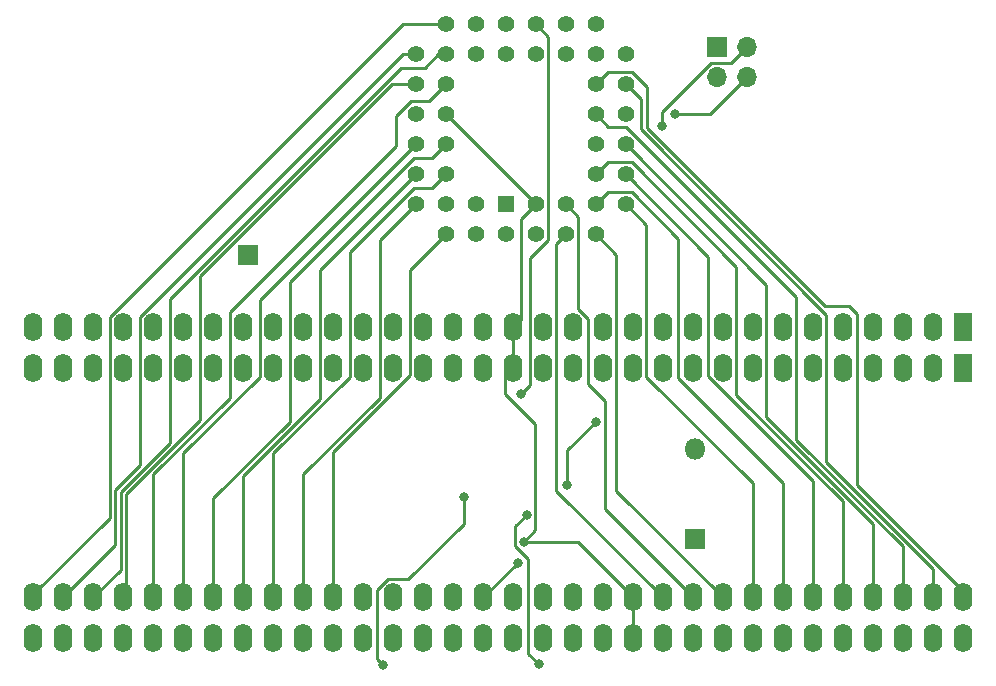
<source format=gbl>
G04 #@! TF.GenerationSoftware,KiCad,Pcbnew,6.0.4-6f826c9f35~116~ubuntu18.04.1*
G04 #@! TF.CreationDate,2022-06-01T20:55:35+10:00*
G04 #@! TF.ProjectId,256KROM,3235364b-524f-44d2-9e6b-696361645f70,rev?*
G04 #@! TF.SameCoordinates,Original*
G04 #@! TF.FileFunction,Copper,L2,Bot*
G04 #@! TF.FilePolarity,Positive*
%FSLAX46Y46*%
G04 Gerber Fmt 4.6, Leading zero omitted, Abs format (unit mm)*
G04 Created by KiCad (PCBNEW 6.0.4-6f826c9f35~116~ubuntu18.04.1) date 2022-06-01 20:55:35*
%MOMM*%
%LPD*%
G01*
G04 APERTURE LIST*
G04 #@! TA.AperFunction,ComponentPad*
%ADD10R,1.422400X1.422400*%
G04 #@! TD*
G04 #@! TA.AperFunction,ComponentPad*
%ADD11C,1.422400*%
G04 #@! TD*
G04 #@! TA.AperFunction,ComponentPad*
%ADD12R,1.600000X2.400000*%
G04 #@! TD*
G04 #@! TA.AperFunction,ComponentPad*
%ADD13O,1.600000X2.400000*%
G04 #@! TD*
G04 #@! TA.AperFunction,ComponentPad*
%ADD14R,1.700000X1.700000*%
G04 #@! TD*
G04 #@! TA.AperFunction,ComponentPad*
%ADD15O,1.700000X1.700000*%
G04 #@! TD*
G04 #@! TA.AperFunction,ComponentPad*
%ADD16R,1.800000X1.800000*%
G04 #@! TD*
G04 #@! TA.AperFunction,ComponentPad*
%ADD17O,1.800000X1.800000*%
G04 #@! TD*
G04 #@! TA.AperFunction,ViaPad*
%ADD18C,0.800000*%
G04 #@! TD*
G04 #@! TA.AperFunction,Conductor*
%ADD19C,0.250000*%
G04 #@! TD*
G04 APERTURE END LIST*
D10*
X111252000Y-108331000D03*
D11*
X113792000Y-110871000D03*
X113792000Y-108331000D03*
X116332000Y-110871000D03*
X116332000Y-108331000D03*
X118872000Y-110871000D03*
X121412000Y-108331000D03*
X118872000Y-108331000D03*
X121412000Y-105791000D03*
X118872000Y-105791000D03*
X121412000Y-103251000D03*
X118872000Y-103251000D03*
X121412000Y-100711000D03*
X118872000Y-100711000D03*
X121412000Y-98171000D03*
X118872000Y-98171000D03*
X121412000Y-95631000D03*
X118872000Y-93091000D03*
X118872000Y-95631000D03*
X116332000Y-93091000D03*
X116332000Y-95631000D03*
X113792000Y-93091000D03*
X113792000Y-95631000D03*
X111252000Y-93091000D03*
X111252000Y-95631000D03*
X108712000Y-93091000D03*
X108712000Y-95631000D03*
X106172000Y-93091000D03*
X103632000Y-95631000D03*
X106172000Y-95631000D03*
X103632000Y-98171000D03*
X106172000Y-98171000D03*
X103632000Y-100711000D03*
X106172000Y-100711000D03*
X103632000Y-103251000D03*
X106172000Y-103251000D03*
X103632000Y-105791000D03*
X106172000Y-105791000D03*
X103632000Y-108331000D03*
X106172000Y-110871000D03*
X106172000Y-108331000D03*
X108712000Y-110871000D03*
X108712000Y-108331000D03*
X111252000Y-110871000D03*
D12*
X149987000Y-122174000D03*
D13*
X147447000Y-122174000D03*
X144907000Y-122174000D03*
X142367000Y-122174000D03*
X139827000Y-122174000D03*
X137287000Y-122174000D03*
X134747000Y-122174000D03*
X132207000Y-122174000D03*
X129667000Y-122174000D03*
X127127000Y-122174000D03*
X124587000Y-122174000D03*
X122047000Y-122174000D03*
X119507000Y-122174000D03*
X116967000Y-122174000D03*
X114427000Y-122174000D03*
X111887000Y-122174000D03*
X109347000Y-122174000D03*
X106807000Y-122174000D03*
X104267000Y-122174000D03*
X101727000Y-122174000D03*
X99187000Y-122174000D03*
X96647000Y-122174000D03*
X94107000Y-122174000D03*
X91567000Y-122174000D03*
X89027000Y-122174000D03*
X86487000Y-122174000D03*
X83947000Y-122174000D03*
X81407000Y-122174000D03*
X78867000Y-122174000D03*
X76327000Y-122174000D03*
X73787000Y-122174000D03*
X71247000Y-122174000D03*
X71247000Y-145034000D03*
X73787000Y-145034000D03*
X76327000Y-145034000D03*
X78867000Y-145034000D03*
X81407000Y-145034000D03*
X83947000Y-145034000D03*
X86487000Y-145034000D03*
X89027000Y-145034000D03*
X91567000Y-145034000D03*
X94107000Y-145034000D03*
X96647000Y-145034000D03*
X99187000Y-145034000D03*
X101727000Y-145034000D03*
X104267000Y-145034000D03*
X106807000Y-145034000D03*
X109347000Y-145034000D03*
X111887000Y-145034000D03*
X114427000Y-145034000D03*
X116967000Y-145034000D03*
X119507000Y-145034000D03*
X122047000Y-145034000D03*
X124587000Y-145034000D03*
X127127000Y-145034000D03*
X129667000Y-145034000D03*
X132207000Y-145034000D03*
X134747000Y-145034000D03*
X137287000Y-145034000D03*
X139827000Y-145034000D03*
X142367000Y-145034000D03*
X144907000Y-145034000D03*
X147447000Y-145034000D03*
X149987000Y-145034000D03*
D12*
X149987000Y-118745000D03*
D13*
X147447000Y-118745000D03*
X144907000Y-118745000D03*
X142367000Y-118745000D03*
X139827000Y-118745000D03*
X137287000Y-118745000D03*
X134747000Y-118745000D03*
X132207000Y-118745000D03*
X129667000Y-118745000D03*
X127127000Y-118745000D03*
X124587000Y-118745000D03*
X122047000Y-118745000D03*
X119507000Y-118745000D03*
X116967000Y-118745000D03*
X114427000Y-118745000D03*
X111887000Y-118745000D03*
X109347000Y-118745000D03*
X106807000Y-118745000D03*
X104267000Y-118745000D03*
X101727000Y-118745000D03*
X99187000Y-118745000D03*
X96647000Y-118745000D03*
X94107000Y-118745000D03*
X91567000Y-118745000D03*
X89027000Y-118745000D03*
X86487000Y-118745000D03*
X83947000Y-118745000D03*
X81407000Y-118745000D03*
X78867000Y-118745000D03*
X76327000Y-118745000D03*
X73787000Y-118745000D03*
X71247000Y-118745000D03*
X71247000Y-141605000D03*
X73787000Y-141605000D03*
X76327000Y-141605000D03*
X78867000Y-141605000D03*
X81407000Y-141605000D03*
X83947000Y-141605000D03*
X86487000Y-141605000D03*
X89027000Y-141605000D03*
X91567000Y-141605000D03*
X94107000Y-141605000D03*
X96647000Y-141605000D03*
X99187000Y-141605000D03*
X101727000Y-141605000D03*
X104267000Y-141605000D03*
X106807000Y-141605000D03*
X109347000Y-141605000D03*
X111887000Y-141605000D03*
X114427000Y-141605000D03*
X116967000Y-141605000D03*
X119507000Y-141605000D03*
X122047000Y-141605000D03*
X124587000Y-141605000D03*
X127127000Y-141605000D03*
X129667000Y-141605000D03*
X132207000Y-141605000D03*
X134747000Y-141605000D03*
X137287000Y-141605000D03*
X139827000Y-141605000D03*
X142367000Y-141605000D03*
X144907000Y-141605000D03*
X147447000Y-141605000D03*
X149987000Y-141605000D03*
D14*
X89408000Y-112649000D03*
X129159000Y-94996000D03*
D15*
X131699000Y-94996000D03*
X129159000Y-97536000D03*
X131699000Y-97536000D03*
D16*
X127254000Y-136652000D03*
D17*
X127254000Y-129032000D03*
D18*
X112776000Y-136906000D03*
X125603000Y-100711000D03*
X124460000Y-101727000D03*
X112268000Y-138684000D03*
X113030000Y-134620000D03*
X114041696Y-147283020D03*
X118872000Y-126746000D03*
X116459000Y-132080000D03*
X100838000Y-147320000D03*
X107696000Y-133096000D03*
X112522000Y-124423510D03*
D19*
X94107000Y-131189590D02*
X100601990Y-124694600D01*
X100601990Y-111361010D02*
X103632000Y-108331000D01*
X100601990Y-124694600D02*
X100601990Y-111361010D01*
X94107000Y-141605000D02*
X94107000Y-131189590D01*
X95521990Y-124821600D02*
X95521990Y-113901010D01*
X89027000Y-141605000D02*
X89027000Y-131316590D01*
X89027000Y-131316590D02*
X95521990Y-124821600D01*
X95521990Y-113901010D02*
X103632000Y-105791000D01*
X90441990Y-116441010D02*
X103632000Y-103251000D01*
X90441990Y-122918010D02*
X90441990Y-116441010D01*
X83947000Y-129413000D02*
X90441990Y-122918010D01*
X83947000Y-141605000D02*
X83947000Y-129413000D01*
X79092023Y-132873797D02*
X85361990Y-126603830D01*
X85361990Y-114410008D02*
X101600998Y-98171000D01*
X101600998Y-98171000D02*
X103632000Y-98171000D01*
X78867000Y-141605000D02*
X79092023Y-141379977D01*
X85361990Y-126603830D02*
X85361990Y-114410008D01*
X79092023Y-141379977D02*
X79092023Y-132873797D01*
X96647000Y-129286000D02*
X103141990Y-122791010D01*
X103141990Y-113901010D02*
X106172000Y-110871000D01*
X103141990Y-122791010D02*
X103141990Y-113901010D01*
X96647000Y-141605000D02*
X96647000Y-129286000D01*
X98061990Y-112367432D02*
X103495422Y-106934000D01*
X105029000Y-106934000D02*
X106172000Y-105791000D01*
X91567000Y-129413000D02*
X98061990Y-122918010D01*
X98061990Y-122918010D02*
X98061990Y-112367432D01*
X91567000Y-141605000D02*
X91567000Y-129413000D01*
X103495422Y-106934000D02*
X105029000Y-106934000D01*
X92981990Y-126725190D02*
X92981990Y-114907432D01*
X103495422Y-104394000D02*
X105029000Y-104394000D01*
X86487000Y-141605000D02*
X86487000Y-133220180D01*
X92981990Y-114907432D02*
X103495422Y-104394000D01*
X105029000Y-104394000D02*
X106172000Y-103251000D01*
X86487000Y-133220180D02*
X92981990Y-126725190D01*
X112776000Y-136906000D02*
X117348000Y-136906000D01*
X113754511Y-135927489D02*
X112776000Y-136906000D01*
X112522000Y-109601000D02*
X113792000Y-108331000D01*
X112522000Y-109982000D02*
X112522000Y-109601000D01*
X111213317Y-124421317D02*
X113754511Y-126962511D01*
X111887000Y-118745000D02*
X111887000Y-122174000D01*
X125603000Y-100711000D02*
X128524000Y-100711000D01*
X106172000Y-100711000D02*
X113792000Y-108331000D01*
X113754511Y-126962511D02*
X113754511Y-135927489D01*
X111213317Y-122847683D02*
X111213317Y-124421317D01*
X117348000Y-136906000D02*
X122047000Y-141605000D01*
X112522000Y-109982000D02*
X112522000Y-118110000D01*
X122047000Y-141605000D02*
X122047000Y-145034000D01*
X111887000Y-122174000D02*
X111213317Y-122847683D01*
X128524000Y-100711000D02*
X131699000Y-97536000D01*
X112522000Y-118110000D02*
X111887000Y-118745000D01*
X103241422Y-99568000D02*
X101976211Y-100833211D01*
X104775000Y-99568000D02*
X103241422Y-99568000D01*
X101976211Y-103373211D02*
X87901990Y-117447432D01*
X81407000Y-131195233D02*
X81407000Y-141605000D01*
X87901990Y-117447432D02*
X87901990Y-124700243D01*
X106172000Y-98171000D02*
X104775000Y-99568000D01*
X87901990Y-124700243D02*
X81407000Y-131195233D01*
X101976211Y-100833211D02*
X101976211Y-103373211D01*
X104394000Y-96774000D02*
X105537000Y-95631000D01*
X82821990Y-116313597D02*
X102361587Y-96774000D01*
X105537000Y-95631000D02*
X106172000Y-95631000D01*
X82821990Y-128507420D02*
X82821990Y-116313597D01*
X102361587Y-96774000D02*
X104394000Y-96774000D01*
X76327000Y-141605000D02*
X78642012Y-139289988D01*
X78642012Y-132687398D02*
X82821990Y-128507420D01*
X78642012Y-139289988D02*
X78642012Y-132687398D01*
X102529996Y-93091000D02*
X106172000Y-93091000D01*
X71247000Y-141605000D02*
X71247000Y-141351000D01*
X77741990Y-117879006D02*
X102529996Y-93091000D01*
X71247000Y-141351000D02*
X77741990Y-134856010D01*
X77741990Y-134856010D02*
X77741990Y-117879006D01*
X80281990Y-117879006D02*
X102529996Y-95631000D01*
X78192001Y-132500999D02*
X80281990Y-130411010D01*
X80281990Y-130411010D02*
X80281990Y-117879006D01*
X73787000Y-141605000D02*
X78192001Y-137199999D01*
X78192001Y-137199999D02*
X78192001Y-132500999D01*
X102529996Y-95631000D02*
X103632000Y-95631000D01*
X138412010Y-117711010D02*
X122682000Y-101981000D01*
X138412010Y-130158420D02*
X138412010Y-117711010D01*
X122682000Y-101981000D02*
X122682000Y-99441000D01*
X122682000Y-99441000D02*
X121412000Y-98171000D01*
X147447000Y-139193410D02*
X138412010Y-130158420D01*
X147447000Y-141605000D02*
X147447000Y-139193410D01*
X142367000Y-135386232D02*
X133332010Y-126351242D01*
X133332010Y-126351242D02*
X133332010Y-115171010D01*
X142367000Y-141605000D02*
X142367000Y-135386232D01*
X133332010Y-115171010D02*
X121412000Y-103251000D01*
X137287000Y-131784311D02*
X128397000Y-122894311D01*
X137287000Y-141605000D02*
X137287000Y-131784311D01*
X128397000Y-112776000D02*
X121412000Y-105791000D01*
X128397000Y-122894311D02*
X128397000Y-112776000D01*
X123172010Y-110091010D02*
X121412000Y-108331000D01*
X123172010Y-122918010D02*
X123172010Y-110091010D01*
X132207000Y-131953000D02*
X123172010Y-122918010D01*
X132207000Y-141605000D02*
X132207000Y-131953000D01*
X140335000Y-116967000D02*
X140970000Y-117602000D01*
X138304410Y-116967000D02*
X140335000Y-116967000D01*
X140970000Y-132080000D02*
X149987000Y-141097000D01*
X123190000Y-98415422D02*
X123190000Y-101852590D01*
X121909377Y-97134799D02*
X123190000Y-98415422D01*
X149987000Y-141097000D02*
X149987000Y-141605000D01*
X119908201Y-97134799D02*
X121909377Y-97134799D01*
X140970000Y-117602000D02*
X140970000Y-132080000D01*
X118872000Y-98171000D02*
X119908201Y-97134799D01*
X123190000Y-101852590D02*
X138304410Y-116967000D01*
X144907000Y-141605000D02*
X144907000Y-137289821D01*
X135872010Y-128254831D02*
X135872010Y-116177432D01*
X135872010Y-116177432D02*
X121441779Y-101747201D01*
X119908201Y-101747201D02*
X118872000Y-100711000D01*
X121441779Y-101747201D02*
X119908201Y-101747201D01*
X144907000Y-137289821D02*
X135872010Y-128254831D01*
X130792010Y-124447653D02*
X130792010Y-113637432D01*
X130792010Y-113637432D02*
X121909377Y-104754799D01*
X119908201Y-104754799D02*
X118872000Y-105791000D01*
X139827000Y-141605000D02*
X139827000Y-133482643D01*
X139827000Y-133482643D02*
X130792010Y-124447653D01*
X121909377Y-104754799D02*
X119908201Y-104754799D01*
X121909377Y-107294799D02*
X119908201Y-107294799D01*
X125857000Y-123063000D02*
X125857000Y-111242422D01*
X119908201Y-107294799D02*
X118872000Y-108331000D01*
X125857000Y-111242422D02*
X121909377Y-107294799D01*
X134747000Y-141605000D02*
X134747000Y-131953000D01*
X134747000Y-131953000D02*
X125857000Y-123063000D01*
X128625314Y-96360999D02*
X124460000Y-100526313D01*
X130334001Y-96360999D02*
X128625314Y-96360999D01*
X131699000Y-94996000D02*
X130334001Y-96360999D01*
X124460000Y-100526313D02*
X124460000Y-101727000D01*
X120632010Y-112631010D02*
X118872000Y-110871000D01*
X120632010Y-132570010D02*
X120632010Y-112631010D01*
X129667000Y-141605000D02*
X120632010Y-132570010D01*
X115553880Y-111649120D02*
X115553880Y-132571880D01*
X116332000Y-110871000D02*
X115553880Y-111649120D01*
X115553880Y-132571880D02*
X124587000Y-141605000D01*
X116332000Y-108331000D02*
X117368201Y-109367201D01*
X118237000Y-118023996D02*
X118237000Y-123571000D01*
X119634000Y-134112000D02*
X127127000Y-141605000D01*
X118237000Y-123571000D02*
X119634000Y-124968000D01*
X117368201Y-109367201D02*
X117368201Y-117155197D01*
X117368201Y-117155197D02*
X118237000Y-118023996D01*
X119634000Y-124968000D02*
X119634000Y-134112000D01*
X112268000Y-138684000D02*
X109347000Y-141605000D01*
X112050999Y-137254001D02*
X112050999Y-135599001D01*
X113124001Y-138327003D02*
X112050999Y-137254001D01*
X112050999Y-135599001D02*
X113030000Y-134620000D01*
X113124001Y-146365325D02*
X113124001Y-138327003D01*
X114041696Y-147283020D02*
X113124001Y-146365325D01*
X116459000Y-129159000D02*
X116459000Y-132080000D01*
X118872000Y-126746000D02*
X116459000Y-129159000D01*
X112522000Y-124423510D02*
X113301990Y-123643520D01*
X113301990Y-112894588D02*
X114828201Y-111368377D01*
X114828201Y-111368377D02*
X114828201Y-94127201D01*
X107696000Y-133096000D02*
X107696000Y-135382000D01*
X107696000Y-135382000D02*
X102997520Y-140080480D01*
X102997520Y-140080480D02*
X101261209Y-140080480D01*
X100330000Y-146812000D02*
X100838000Y-147320000D01*
X114828201Y-94127201D02*
X113792000Y-93091000D01*
X113301990Y-123643520D02*
X113301990Y-112894588D01*
X100330000Y-141011689D02*
X100330000Y-146812000D01*
X101261209Y-140080480D02*
X100330000Y-141011689D01*
M02*

</source>
